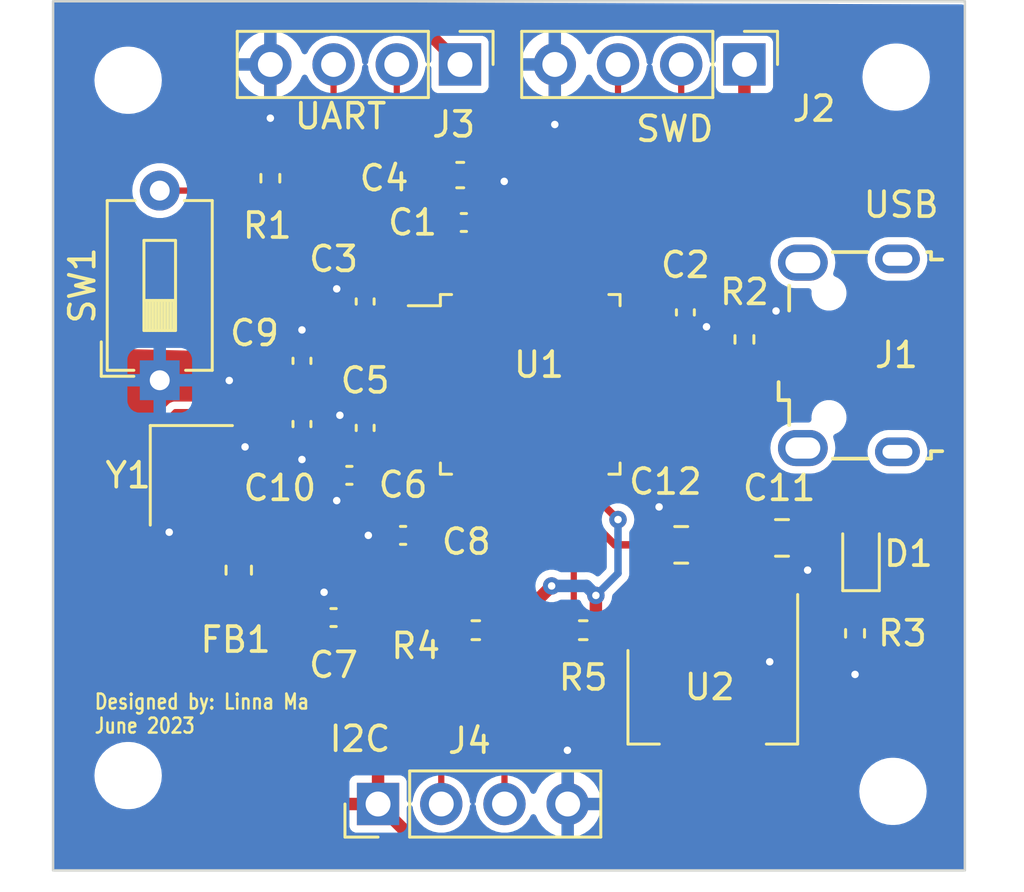
<source format=kicad_pcb>
(kicad_pcb (version 20221018) (generator pcbnew)
  (layers (0 "F.Cu" signal) (31 "B.Cu" power) (34 "B.Paste" user) (35 "F.Paste" user) (36 "B.SilkS" user "B.Silkscreen") (37 "F.SilkS" user "F.Silkscreen") (38 "B.Mask" user) (39 "F.Mask" user) (44 "Edge.Cuts" user))
  (net 0 "")
  (net 1 "+3.3V")
  (net 2 "GND")
  (net 3 "+3.3VA")
  (net 4 "/NRST")
  (net 5 "/HSE_IN")
  (net 6 "/HSE_OUT")
  (net 7 "VBUS")
  (net 8 "Net-(D1-K)")
  (net 9 "/USB_D-")
  (net 10 "/USB_D+")
  (net 13 "/SWDIO")
  (net 14 "/SWCLK")
  (net 15 "/USART_TX")
  (net 16 "/USART_RX")
  (net 17 "/I2C_SCL")
  (net 18 "/I2C_SDA")
  (net 19 "/BOOT0")
  (net 20 "Net-(SW1-B)")
  (footprint "Capacitor_SMD:C_0402_1005Metric" (layer "F.Cu") (at 132.8825 93.1475 -90)
    (fp_text reference "C2" (at -1.905 0 -180) (layer "F.SilkS"))
    (fp_text value "100n" hide)
    (fp_line (start -0.107836 -0.36) (end 0.107836 -0.36) (stroke (width 0.12)) (layer "F.SilkS"))
    (fp_line (start -0.107836 0.36) (end 0.107836 0.36) (stroke (width 0.12)) (layer "F.SilkS"))
    (pad "1" smd roundrect (at -0.48 0 270) (size 0.56 0.62) (layers "F.Cu" "F.Paste" "F.Mask") (net 1 "+3.3V"))
    (pad "2" smd roundrect (at 0.48 0 270) (size 0.56 0.62) (layers "F.Cu" "F.Paste" "F.Mask") (net 2 "GND"))
  )
  (footprint "Capacitor_SMD:C_0402_1005Metric" (layer "F.Cu") (at 119.38 99.695 180)
    (fp_text reference "C6" (at -2.159 -0.381) (layer "F.SilkS"))
    (fp_text value "1u" hide)
    (fp_line (start -0.107836 -0.36) (end 0.107836 -0.36) (stroke (width 0.12)) (layer "F.SilkS"))
    (fp_line (start -0.107836 0.36) (end 0.107836 0.36) (stroke (width 0.12)) (layer "F.SilkS"))
    (pad "1" smd roundrect (at -0.48 0 180) (size 0.56 0.62) (layers "F.Cu" "F.Paste" "F.Mask") (net 3 "+3.3VA"))
    (pad "2" smd roundrect (at 0.48 0 180) (size 0.56 0.62) (layers "F.Cu" "F.Paste" "F.Mask") (net 2 "GND"))
  )
  (footprint "Capacitor_SMD:C_0402_1005Metric" (layer "F.Cu") (at 118.745 105.41 180)
    (fp_text reference "C7" (at 0 -1.905) (layer "F.SilkS"))
    (fp_text value "1u")
    (fp_line (start -0.107836 -0.36) (end 0.107836 -0.36) (stroke (width 0.12)) (layer "F.SilkS"))
    (fp_line (start -0.107836 0.36) (end 0.107836 0.36) (stroke (width 0.12)) (layer "F.SilkS"))
    (pad "1" smd roundrect (at -0.48 0 180) (size 0.56 0.62) (layers "F.Cu" "F.Paste" "F.Mask") (net 1 "+3.3V"))
    (pad "2" smd roundrect (at 0.48 0 180) (size 0.56 0.62) (layers "F.Cu" "F.Paste" "F.Mask") (net 2 "GND"))
  )
  (footprint "Inductor_SMD:L_0603_1608Metric" (layer "F.Cu") (at 114.935 103.505 90)
    (fp_text reference "FB1" (at -2.794 -0.127) (layer "F.SilkS"))
    (fp_text value "FerriteBead" hide)
    (fp_line (start -0.162779 -0.51) (end 0.162779 -0.51) (stroke (width 0.12)) (layer "F.SilkS"))
    (fp_line (start -0.162779 0.51) (end 0.162779 0.51) (stroke (width 0.12)) (layer "F.SilkS"))
    (pad "1" smd roundrect (at -0.7875 0 90) (size 0.875 0.95) (layers "F.Cu" "F.Paste" "F.Mask") (net 1 "+3.3V"))
    (pad "2" smd roundrect (at 0.7875 0 90) (size 0.875 0.95) (layers "F.Cu" "F.Paste" "F.Mask") (net 3 "+3.3VA"))
  )
  (footprint "Button_Switch_THT:SW_DIP_SPSTx01_Slide_6.7x4.1mm_W7.62mm_P2.54mm_LowProfile" (layer "F.Cu") (at 111.76 95.875 90)
    (fp_text reference "SW1" (at 3.81 -3.11 90) (layer "F.SilkS"))
    (fp_text value "SW_SPDT")
    (fp_line (start 0.16 -2.35) (end 0.16 -1.04) (stroke (width 0.12)) (layer "F.SilkS"))
    (fp_line (start 0.16 -2.35) (end 1.543 -2.35) (stroke (width 0.12)) (layer "F.SilkS"))
    (fp_line (start 0.4 -2.11) (end 0.4 -1.04) (stroke (width 0.12)) (layer "F.SilkS"))
    (fp_line (start 0.4 -2.11) (end 7.221 -2.11) (stroke (width 0.12)) (layer "F.SilkS"))
    (fp_line (start 0.4 1.04) (end 0.4 2.11) (stroke (width 0.12)) (layer "F.SilkS"))
    (fp_line (start 0.4 2.11) (end 7.221 2.11) (stroke (width 0.12)) (layer "F.SilkS"))
    (fp_line (start 2 -0.635) (end 2 0.635) (stroke (width 0.12)) (layer "F.SilkS"))
    (fp_line (start 2 -0.515) (end 3.206667 -0.515) (stroke (width 0.12)) (layer "F.SilkS"))
    (fp_line (start 2 -0.395) (end 3.206667 -0.395) (stroke (width 0.12)) (layer "F.SilkS"))
    (fp_line (start 2 -0.275) (end 3.206667 -0.275) (stroke (width 0.12)) (layer "F.SilkS"))
    (fp_line (start 2 -0.155) (end 3.206667 -0.155) (stroke (width 0.12)) (layer "F.SilkS"))
    (fp_line (start 2 -0.035) (end 3.206667 -0.035) (stroke (width 0.12)) (layer "F.SilkS"))
    (fp_line (start 2 0.085) (end 3.206667 0.085) (stroke (width 0.12)) (layer "F.SilkS"))
    (fp_line (start 2 0.205) (end 3.206667 0.205) (stroke (width 0.12)) (layer "F.SilkS"))
    (fp_line (start 2 0.325) (end 3.206667 0.325) (stroke (width 0.12)) (layer "F.SilkS"))
    (fp_line (start 2 0.445) (end 3.206667 0.445) (stroke (width 0.12)) (layer "F.SilkS"))
    (fp_line (start 2 0.565) (end 3.206667 0.565) (stroke (width 0.12)) (layer "F.SilkS"))
    (fp_line (start 2 0.635) (end 5.62 0.635) (stroke (width 0.12)) (layer "F.SilkS"))
    (fp_line (start 3.206667 -0.635) (end 3.206667 0.635) (stroke (width 0.12)) (layer "F.SilkS"))
    (fp_line (start 5.62 -0.635) (end 2 -0.635) (stroke (width 0.12)) (layer "F.SilkS"))
    (fp_line (start 5.62 0.635) (end 5.62 -0.635) (stroke (width 0.12)) (layer "F.SilkS"))
    (fp_line (start 7.221 -2.11) (end 7.221 -0.99) (stroke (width 0.12)) (layer "F.SilkS"))
    (fp_line (start 7.221 0.99) (end 7.221 2.11) (stroke (width 0.12)) (layer "F.SilkS"))
    (pad "1" thru_hole rect (at 0 0 90) (size 1.6 1.6) (drill 0.8) (layers "*.Cu" "*.Mask") (net 2 "GND"))
    (pad "2" thru_hole oval (at 7.62 0 90) (size 1.6 1.6) (drill 0.8) (layers "*.Cu" "*.Mask") (net 20 "Net-(SW1-B)"))
  )
  (footprint "Capacitor_SMD:C_0805_2012Metric" (layer "F.Cu") (at 136.765 102.21)
    (fp_text reference "C11" (at -0.113 -2.007) (layer "F.SilkS"))
    (fp_text value "22u" hide)
    (fp_line (start -0.261252 -0.735) (end 0.261252 -0.735) (stroke (width 0.12)) (layer "F.SilkS"))
    (fp_line (start -0.261252 0.735) (end 0.261252 0.735) (stroke (width 0.12)) (layer "F.SilkS"))
    (pad "1" smd roundrect (at -0.95 0) (size 1 1.45) (layers "F.Cu" "F.Paste" "F.Mask") (net 1 "+3.3V"))
    (pad "2" smd roundrect (at 0.95 0) (size 1 1.45) (layers "F.Cu" "F.Paste" "F.Mask") (net 2 "GND"))
  )
  (footprint "Connector_USB:USB_Micro-B_Wuerth_629105150521" (layer "F.Cu") (at 139.453 94.874 90)
    (fp_text reference "J1" (at 0.015 1.91 180) (layer "F.SilkS"))
    (fp_text value "USB_B_Micro" hide)
    (fp_line (start -4.15 -0.65) (end -4.15 0.75) (stroke (width 0.15)) (layer "F.SilkS"))
    (fp_line (start -4.15 3.15) (end -4.15 3.3) (stroke (width 0.15)) (layer "F.SilkS"))
    (fp_line (start -4.15 3.3) (end -3.85 3.3) (stroke (width 0.15)) (layer "F.SilkS"))
    (fp_line (start -3.85 3.3) (end -3.85 3.75) (stroke (width 0.15)) (layer "F.SilkS"))
    (fp_line (start -1.8 -2.825) (end -1.8 -2.4) (stroke (width 0.15)) (layer "F.SilkS"))
    (fp_line (start -1.8 -2.4) (end -2.8 -2.4) (stroke (width 0.15)) (layer "F.SilkS"))
    (fp_line (start -1.075 -2.825) (end -1.8 -2.825) (stroke (width 0.15)) (layer "F.SilkS"))
    (fp_line (start 1.8 -2.4) (end 2.8 -2.4) (stroke (width 0.15)) (layer "F.SilkS"))
    (fp_line (start 3.85 3.3) (end 4.15 3.3) (stroke (width 0.15)) (layer "F.SilkS"))
    (fp_line (start 3.85 3.75) (end 3.85 3.3) (stroke (width 0.15)) (layer "F.SilkS"))
    (fp_line (start 4.15 0.75) (end 4.15 -0.65) (stroke (width 0.15)) (layer "F.SilkS"))
    (fp_line (start 4.15 3.3) (end 4.15 3.15) (stroke (width 0.15)) (layer "F.SilkS"))
    (pad "" np_thru_hole oval (at -2.5 -0.8 90) (size 0.8 0.8) (drill 0.8) (layers "*.Cu" "*.Mask"))
    (pad "" np_thru_hole oval (at 2.5 -0.8 90) (size 0.8 0.8) (drill 0.8) (layers "*.Cu" "*.Mask"))
    (pad "1" smd rect (at -1.3 -1.9 90) (size 0.45 1.3) (layers "F.Cu" "F.Paste" "F.Mask") (net 7 "VBUS"))
    (pad "2" smd rect (at -0.65 -1.9 90) (size 0.45 1.3) (layers "F.Cu" "F.Paste" "F.Mask") (net 9 "/USB_D-"))
    (pad "3" smd rect (at 0 -1.9 90) (size 0.45 1.3) (layers "F.Cu" "F.Paste" "F.Mask") (net 10 "/USB_D+"))
    (pad "4" smd rect (at 0.65 -1.9 90) (size 0.45 1.3) (layers "F.Cu" "F.Paste" "F.Mask"))
    (pad "5" smd rect (at 1.3 -1.9 90) (size 0.45 1.3) (layers "F.Cu" "F.Paste" "F.Mask") (net 2 "GND"))
    (pad "6" thru_hole oval (at -3.875 1.95 90) (size 1.15 1.8) (drill oval 0.55 1.2) (layers "*.Cu" "*.Mask"))
    (pad "6" thru_hole oval (at -3.725 -1.85 90) (size 1.45 2) (drill oval 0.85 1.4) (layers "*.Cu" "*.Mask"))
    (pad "6" thru_hole oval (at 3.725 -1.85 90) (size 1.45 2) (drill oval 0.85 1.4) (layers "*.Cu" "*.Mask"))
    (pad "6" thru_hole oval (at 3.875 1.95 90) (size 1.15 1.8) (drill oval 0.55 1.2) (layers "*.Cu" "*.Mask"))
  )
  (footprint "Capacitor_SMD:C_0402_1005Metric" (layer "F.Cu") (at 120.015 92.71 90)
    (fp_text reference "C3" (at 1.7075 -1.27 180) (layer "F.SilkS"))
    (fp_text value "100n" hide)
    (fp_line (start -0.107836 -0.36) (end 0.107836 -0.36) (stroke (width 0.12)) (layer "F.SilkS"))
    (fp_line (start -0.107836 0.36) (end 0.107836 0.36) (stroke (width 0.12)) (layer "F.SilkS"))
    (pad "1" smd roundrect (at -0.48 0 90) (size 0.56 0.62) (layers "F.Cu" "F.Paste" "F.Mask") (net 1 "+3.3V"))
    (pad "2" smd roundrect (at 0.48 0 90) (size 0.56 0.62) (layers "F.Cu" "F.Paste" "F.Mask") (net 2 "GND"))
  )
  (footprint "Capacitor_SMD:C_0402_1005Metric" (layer "F.Cu") (at 120.015 97.79 90)
    (fp_text reference "C5" (at 1.905 0) (layer "F.SilkS"))
    (fp_text value "10n" hide)
    (fp_line (start -0.107836 -0.36) (end 0.107836 -0.36) (stroke (width 0.12)) (layer "F.SilkS"))
    (fp_line (start -0.107836 0.36) (end 0.107836 0.36) (stroke (width 0.12)) (layer "F.SilkS"))
    (pad "1" smd roundrect (at -0.48 0 90) (size 0.56 0.62) (layers "F.Cu" "F.Paste" "F.Mask") (net 3 "+3.3VA"))
    (pad "2" smd roundrect (at 0.48 0 90) (size 0.56 0.62) (layers "F.Cu" "F.Paste" "F.Mask") (net 2 "GND"))
  )
  (footprint "Resistor_SMD:R_0402_1005Metric" (layer "F.Cu") (at 116.205 87.757 -90)
    (fp_text reference "R1" (at 1.905 0.125) (layer "F.SilkS"))
    (fp_text value "10k" hide)
    (fp_line (start -0.153641 -0.38) (end 0.153641 -0.38) (stroke (width 0.12)) (layer "F.SilkS"))
    (fp_line (start -0.153641 0.38) (end 0.153641 0.38) (stroke (width 0.12)) (layer "F.SilkS"))
    (pad "1" smd roundrect (at -0.51 0 270) (size 0.54 0.64) (layers "F.Cu" "F.Paste" "F.Mask") (net 19 "/BOOT0"))
    (pad "2" smd roundrect (at 0.51 0 270) (size 0.54 0.64) (layers "F.Cu" "F.Paste" "F.Mask") (net 20 "Net-(SW1-B)"))
  )
  (footprint "Capacitor_SMD:C_0603_1608Metric" (layer "F.Cu") (at 123.835 87.63)
    (fp_text reference "C4" (at -3.058 0.127) (layer "F.SilkS"))
    (fp_text value "10u" hide)
    (fp_line (start -0.14058 -0.51) (end 0.14058 -0.51) (stroke (width 0.12)) (layer "F.SilkS"))
    (fp_line (start -0.14058 0.51) (end 0.14058 0.51) (stroke (width 0.12)) (layer "F.SilkS"))
    (pad "1" smd roundrect (at -0.775 0) (size 0.9 0.95) (layers "F.Cu" "F.Paste" "F.Mask") (net 1 "+3.3V"))
    (pad "2" smd roundrect (at 0.775 0) (size 0.9 0.95) (layers "F.Cu" "F.Paste" "F.Mask") (net 2 "GND"))
  )
  (footprint "Resistor_SMD:R_0402_1005Metric" (layer "F.Cu") (at 139.7 106.045 -90)
    (fp_text reference "R3" (at 0 -1.905 -180) (layer "F.SilkS"))
    (fp_text value "1k5")
    (fp_line (start -0.153641 -0.38) (end 0.153641 -0.38) (stroke (width 0.12)) (layer "F.SilkS"))
    (fp_line (start -0.153641 0.38) (end 0.153641 0.38) (stroke (width 0.12)) (layer "F.SilkS"))
    (pad "1" smd roundrect (at -0.51 0 270) (size 0.54 0.64) (layers "F.Cu" "F.Paste" "F.Mask") (net 8 "Net-(D1-K)"))
    (pad "2" smd roundrect (at 0.51 0 270) (size 0.54 0.64) (layers "F.Cu" "F.Paste" "F.Mask") (net 2 "GND"))
  )
  (footprint "Resistor_SMD:R_0402_1005Metric" (layer "F.Cu") (at 128.778 105.918 180)
    (fp_text reference "R5" (at 0 -1.905) (layer "F.SilkS"))
    (fp_text value "1k5" hide)
    (fp_line (start -0.153641 -0.38) (end 0.153641 -0.38) (stroke (width 0.12)) (layer "F.SilkS"))
    (fp_line (start -0.153641 0.38) (end 0.153641 0.38) (stroke (width 0.12)) (layer "F.SilkS"))
    (pad "1" smd roundrect (at -0.51 0 180) (size 0.54 0.64) (layers "F.Cu" "F.Paste" "F.Mask") (net 1 "+3.3V"))
    (pad "2" smd roundrect (at 0.51 0 180) (size 0.54 0.64) (layers "F.Cu" "F.Paste" "F.Mask") (net 18 "/I2C_SDA"))
  )
  (footprint "MountingHole:MountingHole_2.2mm_M2" (layer "F.Cu") (at 110.49 83.82)
    (fp_text reference "H2" hide)
    (fp_text value "MountingHole")
    (pad "" np_thru_hole circle (at 0 0) (size 2.2 2.2) (drill 2.2) (layers "*.Cu" "*.Mask"))
  )
  (footprint "Connector_PinHeader_2.54mm:PinHeader_1x04_P2.54mm_Vertical" (layer "F.Cu") (at 120.533 112.903 90)
    (fp_text reference "J4" (at 2.54 3.673 180) (layer "F.SilkS"))
    (fp_text value "Conn_01x04_Pin" hide)
    (fp_line (start -1.33 -1.33) (end 0 -1.33) (stroke (width 0.12)) (layer "F.SilkS"))
    (fp_line (start -1.33 0) (end -1.33 -1.33) (stroke (width 0.12)) (layer "F.SilkS"))
    (fp_line (start -1.33 1.27) (end -1.33 8.95) (stroke (width 0.12)) (layer "F.SilkS"))
    (fp_line (start -1.33 1.27) (end 1.33 1.27) (stroke (width 0.12)) (layer "F.SilkS"))
    (fp_line (start -1.33 8.95) (end 1.33 8.95) (stroke (width 0.12)) (layer "F.SilkS"))
    (fp_line (start 1.33 1.27) (end 1.33 8.95) (stroke (width 0.12)) (layer "F.SilkS"))
    (pad "1" thru_hole rect (at 0 0 90) (size 1.7 1.7) (drill 1) (layers "*.Cu" "*.Mask") (net 1 "+3.3V"))
    (pad "2" thru_hole oval (at 0 2.54 90) (size 1.7 1.7) (drill 1) (layers "*.Cu" "*.Mask") (net 17 "/I2C_SCL"))
    (pad "3" thru_hole oval (at 0 5.08 90) (size 1.7 1.7) (drill 1) (layers "*.Cu" "*.Mask") (net 18 "/I2C_SDA"))
    (pad "4" thru_hole oval (at 0 7.62 90) (size 1.7 1.7) (drill 1) (layers "*.Cu" "*.Mask") (net 2 "GND"))
  )
  (footprint "Capacitor_SMD:C_0805_2012Metric" (layer "F.Cu") (at 132.715 102.489 180)
    (fp_text reference "C12" (at 0.635 2.54) (layer "F.SilkS"))
    (fp_text value "22u")
    (fp_line (start -0.261252 -0.735) (end 0.261252 -0.735) (stroke (width 0.12)) (layer "F.SilkS"))
    (fp_line (start -0.261252 0.735) (end 0.261252 0.735) (stroke (width 0.12)) (layer "F.SilkS"))
    (pad "1" smd roundrect (at -0.95 0 180) (size 1 1.45) (layers "F.Cu" "F.Paste" "F.Mask") (net 7 "VBUS"))
    (pad "2" smd roundrect (at 0.95 0 180) (size 1 1.45) (layers "F.Cu" "F.Paste" "F.Mask") (net 2 "GND"))
  )
  (footprint "Connector_PinHeader_2.54mm:PinHeader_1x04_P2.54mm_Vertical" (layer "F.Cu") (at 123.825 83.185 -90)
    (fp_text reference "J3" (at 2.413 0.254) (layer "F.SilkS"))
    (fp_text value "Conn_01x04_Pin" hide)
    (fp_line (start -1.33 -1.33) (end 0 -1.33) (stroke (width 0.12)) (layer "F.SilkS"))
    (fp_line (start -1.33 0) (end -1.33 -1.33) (stroke (width 0.12)) (layer "F.SilkS"))
    (fp_line (start -1.33 1.27) (end -1.33 8.95) (stroke (width 0.12)) (layer "F.SilkS"))
    (fp_line (start -1.33 1.27) (end 1.33 1.27) (stroke (width 0.12)) (layer "F.SilkS"))
    (fp_line (start -1.33 8.95) (end 1.33 8.95) (stroke (width 0.12)) (layer "F.SilkS"))
    (fp_line (start 1.33 1.27) (end 1.33 8.95) (stroke (width 0.12)) (layer "F.SilkS"))
    (pad "1" thru_hole rect (at 0 0 270) (size 1.7 1.7) (drill 1) (layers "*.Cu" "*.Mask") (net 1 "+3.3V"))
    (pad "2" thru_hole oval (at 0 2.54 270) (size 1.7 1.7) (drill 1) (layers "*.Cu" "*.Mask") (net 15 "/USART_TX"))
    (pad "3" thru_hole oval (at 0 5.08 270) (size 1.7 1.7) (drill 1) (layers "*.Cu" "*.Mask") (net 16 "/USART_RX"))
    (pad "4" thru_hole oval (at 0 7.62 270) (size 1.7 1.7) (drill 1) (layers "*.Cu" "*.Mask") (net 2 "GND"))
  )
  (footprint "Capacitor_SMD:C_0402_1005Metric" (layer "F.Cu") (at 123.98 89.535)
    (fp_text reference "C1" (at -2.06 0) (layer "F.SilkS"))
    (fp_text value "100n" hide)
    (fp_line (start -0.107836 -0.36) (end 0.107836 -0.36) (stroke (width 0.12)) (layer "F.SilkS"))
    (fp_line (start -0.107836 0.36) (end 0.107836 0.36) (stroke (width 0.12)) (layer "F.SilkS"))
    (pad "1" smd roundrect (at -0.48 0) (size 0.56 0.62) (layers "F.Cu" "F.Paste" "F.Mask") (net 1 "+3.3V"))
    (pad "2" smd roundrect (at 0.48 0) (size 0.56 0.62) (layers "F.Cu" "F.Paste" "F.Mask") (net 2 "GND"))
  )
  (footprint "MountingHole:MountingHole_2.2mm_M2" (layer "F.Cu") (at 110.49 111.76)
    (fp_text reference "H3" hide)
    (fp_text value "MountingHole")
    (pad "" np_thru_hole circle (at 0 0) (size 2.2 2.2) (drill 2.2) (layers "*.Cu" "*.Mask"))
  )
  (footprint "Resistor_SMD:R_0402_1005Metric" (layer "F.Cu") (at 124.46 105.918 180)
    (fp_text reference "R4" (at 2.413 -0.635) (layer "F.SilkS"))
    (fp_text value "1k5")
    (fp_line (start -0.153641 -0.38) (end 0.153641 -0.38) (stroke (width 0.12)) (layer "F.SilkS"))
    (fp_line (start -0.153641 0.38) (end 0.153641 0.38) (stroke (width 0.12)) (layer "F.SilkS"))
    (pad "1" smd roundrect (at -0.51 0 180) (size 0.54 0.64) (layers "F.Cu" "F.Paste" "F.Mask") (net 1 "+3.3V"))
    (pad "2" smd roundrect (at 0.51 0 180) (size 0.54 0.64) (layers "F.Cu" "F.Paste" "F.Mask") (net 17 "/I2C_SCL"))
  )
  (footprint "Capacitor_SMD:C_0402_1005Metric" (layer "F.Cu") (at 121.539 102.108 180)
    (fp_text reference "C8" (at -2.54 -0.254 180) (layer "F.SilkS"))
    (fp_text value "100n" hide)
    (fp_line (start -0.107836 -0.36) (end 0.107836 -0.36) (stroke (width 0.12)) (layer "F.SilkS"))
    (fp_line (start -0.107836 0.36) (end 0.107836 0.36) (stroke (width 0.12)) (layer "F.SilkS"))
    (pad "1" smd roundrect (at -0.48 0 180) (size 0.56 0.62) (layers "F.Cu" "F.Paste" "F.Mask") (net 4 "/NRST"))
    (pad "2" smd roundrect (at 0.48 0 180) (size 0.56 0.62) (layers "F.Cu" "F.Paste" "F.Mask") (net 2 "GND"))
  )
  (footprint "Connector_PinHeader_2.54mm:PinHeader_1x04_P2.54mm_Vertical" (layer "F.Cu") (at 135.255 83.185 -90)
    (fp_text reference "J2" (at 1.778 -2.794 -180) (layer "F.SilkS"))
    (fp_text value "Conn_01x04_Pin" hide)
    (fp_line (start -1.33 -1.33) (end 0 -1.33) (stroke (width 0.12)) (layer "F.SilkS"))
    (fp_line (start -1.33 0) (end -1.33 -1.33) (stroke (width 0.12)) (layer "F.SilkS"))
    (fp_line (start -1.33 1.27) (end -1.33 8.95) (stroke (width 0.12)) (layer "F.SilkS"))
    (fp_line (start -1.33 1.27) (end 1.33 1.27) (stroke (width 0.12)) (layer "F.SilkS"))
    (fp_line (start -1.33 8.95) (end 1.33 8.95) (stroke (width 0.12)) (layer "F.SilkS"))
    (fp_line (start 1.33 1.27) (end 1.33 8.95) (stroke (width 0.12)) (layer "F.SilkS"))
    (pad "1" thru_hole rect (at 0 0 270) (size 1.7 1.7) (drill 1) (layers "*.Cu" "*.Mask") (net 1 "+3.3V"))
    (pad "2" thru_hole oval (at 0 2.54 270) (size 1.7 1.7) (drill 1) (layers "*.Cu" "*.Mask") (net 13 "/SWDIO"))
    (pad "3" thru_hole oval (at 0 5.08 270) (size 1.7 1.7) (drill 1) (layers "*.Cu" "*.Mask") (net 14 "/SWCLK"))
    (pad "4" thru_hole oval (at 0 7.62 270) (size 1.7 1.7) (drill 1) (layers "*.Cu" "*.Mask") (net 2 "GND"))
  )
  (footprint "Crystal:Crystal_SMD_3225-4Pin_3.2x2.5mm" (layer "F.Cu") (at 113.03 99.695 -90)
    (fp_text reference "Y1" (at 0 2.54) (layer "F.SilkS"))
    (fp_text value "16MHz" hide)
    (fp_line (start -2 -1.65) (end -2 1.65) (stroke (width 0.12)) (layer "F.SilkS"))
    (fp_line (start -2 1.65) (end 2 1.65) (stroke (width 0.12)) (layer "F.SilkS"))
    (pad "1" smd rect (at -1.1 0.85 270) (size 1.4 1.2) (layers "F.Cu" "F.Paste" "F.Mask") (net 5 "/HSE_IN"))
    (pad "2" smd rect (at 1.1 0.85 270) (size 1.4 1.2) (layers "F.Cu" "F.Paste" "F.Mask") (net 2 "GND"))
    (pad "3" smd rect (at 1.1 -0.85 270) (size 1.4 1.2) (layers "F.Cu" "F.Paste" "F.Mask") (net 6 "/HSE_OUT"))
    (pad "4" smd rect (at -1.1 -0.85 270) (size 1.4 1.2) (layers "F.Cu" "F.Paste" "F.Mask") (net 2 "GND"))
  )
  (footprint "MountingHole:MountingHole_2.2mm_M2" (layer "F.Cu") (at 141.351 83.693)
    (fp_text reference "H1" hide)
    (fp_text value "MountingHole")
    (pad "" np_thru_hole circle (at 0 0) (size 2.2 2.2) (drill 2.2) (layers "*.Cu" "*.Mask"))
  )
  (footprint "Capacitor_SMD:C_0402_1005Metric" (layer "F.Cu") (at 117.475 95.095 90)
    (fp_text reference "C9" (at 1.115 -1.905) (layer "F.SilkS"))
    (fp_text value "10p" hide)
    (fp_line (start -0.107836 -0.36) (end 0.107836 -0.36) (stroke (width 0.12)) (layer "F.SilkS"))
    (fp_line (start -0.107836 0.36) (end 0.107836 0.36) (stroke (width 0.12)) (layer "F.SilkS"))
    (pad "1" smd roundrect (at -0.48 0 90) (size 0.56 0.62) (layers "F.Cu" "F.Paste" "F.Mask") (net 5 "/HSE_IN"))
    (pad "2" smd roundrect (at 0.48 0 90) (size 0.56 0.62) (layers "F.Cu" "F.Paste" "F.Mask") (net 2 "GND"))
  )
  (footprint "Capacitor_SMD:C_0402_1005Metric" (layer "F.Cu") (at 117.475 97.635 -90)
    (fp_text reference "C10" (at 2.568 0.889) (layer "F.SilkS"))
    (fp_text value "10p" hide)
    (fp_line (start -0.107836 -0.36) (end 0.107836 -0.36) (stroke (width 0.12)) (layer "F.SilkS"))
    (fp_line (start -0.107836 0.36) (end 0.107836 0.36) (stroke (width 0.12)) (layer "F.SilkS"))
    (pad "1" smd roundrect (at -0.48 0 270) (size 0.56 0.62) (layers "F.Cu" "F.Paste" "F.Mask") (net 6 "/HSE_OUT"))
    (pad "2" smd roundrect (at 0.48 0 270) (size 0.56 0.62) (layers "F.Cu" "F.Paste" "F.Mask") (net 2 "GND"))
  )
  (footprint "LED_SMD:LED_0603_1608Metric" (layer "F.Cu") (at 139.94 102.845 90)
    (fp_text reference "D1" (at 0 1.905 180) (layer "F.SilkS"))
    (fp_text value "RED")
    (fp_line (start -1.485 -0.735) (end -1.485 0.735) (stroke (width 0.12)) (layer "F.SilkS"))
    (fp_line (start -1.485 0.735) (end 0.8 0.735) (stroke (width 0.12)) (layer "F.SilkS"))
    (fp_line (start 0.8 -0.735) (end -1.485 -0.735) (stroke (width 0.12)) (layer "F.SilkS"))
    (pad "1" smd roundrect (at -0.7875 0 90) (size 0.875 0.95) (layers "F.Cu" "F.Paste" "F.Mask") (net 8 "Net-(D1-K)"))
    (pad "2" smd roundrect (at 0.7875 0 90) (size 0.875 0.95) (layers "F.Cu" "F.Paste" "F.Mask") (net 1 "+3.3V"))
  )
  (footprint "Package_TO_SOT_SMD:SOT-223-3_TabPin2" (layer "F.Cu") (at 133.985 108.585 -90)
    (fp_text reference "U2" (at -0.381 0.127 -180) (layer "F.SilkS"))
    (fp_text value "AMS1117-3.3" hide)
    (fp_line (start -4.1 -3.41) (end 1.91 -3.41) (stroke (width 0.12)) (layer "F.SilkS"))
    (fp_line (start -1.85 3.41) (end 1.91 3.41) (stroke (width 0.12)) (layer "F.SilkS"))
    (fp_line (start 1.91 -3.41) (end 1.91 -2.15) (stroke (width 0.12)) (layer "F.SilkS"))
    (fp_line (start 1.91 3.41) (end 1.91 2.15) (stroke (width 0.12)) (layer "F.SilkS"))
    (pad "1" smd rect (at -3.15 -2.3 270) (size 2 1.5) (layers "F.Cu" "F.Paste" "F.Mask") (net 2 "GND"))
    (pad "2" smd rect (at -3.15 0 270) (size 2 1.5) (layers "F.Cu" "F.Paste" "F.Mask") (net 1 "+3.3V"))
    (pad "2" smd rect (at 3.15 0 270) (size 2 3.8) (layers "F.Cu" "F.Paste" "F.Mask") (net 1 "+3.3V"))
    (pad "3" smd rect (at -3.15 2.3 270) (size 2 1.5) (layers "F.Cu" "F.Paste" "F.Mask") (net 7 "VBUS"))
  )
  (footprint "MountingHole:MountingHole_2.2mm_M2" (layer "F.Cu") (at 141.224 112.395)
    (fp_text reference "H4" hide)
    (fp_text value "MountingHole")
    (pad "" np_thru_hole circle (at 0 0) (size 2.2 2.2) (drill 2.2) (layers "*.Cu" "*.Mask"))
  )
  (footprint "Resistor_SMD:R_0402_1005Metric" (layer "F.Cu") (at 135.255 94.234 -90)
    (fp_text reference "R2" (at -1.905 0) (layer "F.SilkS"))
    (fp_text value "1k5" hide)
    (fp_line (start -0.153641 -0.38) (end 0.153641 -0.38) (stroke (width 0.12)) (layer "F.SilkS"))
    (fp_line (start -0.153641 0.38) (end 0.153641 0.38) (stroke (width 0.12)) (layer "F.SilkS"))
    (pad "1" smd roundrect (at -0.51 0 270) (size 0.54 0.64) (layers "F.Cu" "F.Paste" "F.Mask") (net 1 "+3.3V"))
    (pad "2" smd roundrect (at 0.51 0 270) (size 0.54 0.64) (layers "F.Cu" "F.Paste" "F.Mask") (net 10 "/USB_D+"))
  )
  (footprint "Package_QFP:LQFP-48_7x7mm_P0.5mm" (layer "F.Cu") (at 126.6475 96.04)
    (fp_text reference "U1" (at 0.3525 -0.79) (layer "F.SilkS"))
    (fp_text value "STM32F103C8Tx" hide)
    (fp_line (start -3.61 -3.61) (end -3.61 -3.16) (stroke (width 0.12)) (layer "F.SilkS"))
    (fp_line (start -3.61 -3.16) (end -4.9 -3.16) (stroke (width 0.12)) (layer "F.SilkS"))
    (fp_line (start -3.61 3.61) (end -3.61 3.16) (stroke (width 0.12)) (layer "F.SilkS"))
    (fp_line (start -3.16 -3.61) (end -3.61 -3.61) (stroke (width 0.12)) (layer "F.SilkS"))
    (fp_line (start -3.16 3.61) (end -3.61 3.61) (stroke (width 0.12)) (layer "F.SilkS"))
    (fp_line (start 3.16 -3.61) (end 3.61 -3.61) (stroke (width 0.12)) (layer "F.SilkS"))
    (fp_line (start 3.16 3.61) (end 3.61 3.61) (stroke (width 0.12)) (layer "F.SilkS"))
    (fp_line (start 3.61 -3.61) (end 3.61 -3.16) (stroke (width 0.12)) (layer "F.SilkS"))
    (fp_line (start 3.61 3.61) (end 3.61 3.16) (stroke (width 0.12)) (layer "F.SilkS"))
    (pad "1" smd roundrect (at -4.1625 -2.75) (size 1.475 0.3) (layers "F.Cu" "F.Paste" "F.Mask") (net 1 "+3.3V"))
    (pad "2" smd roundrect (at -4.1625 -2.25) (size 1.475 0.3) (layers "F.Cu" "F.Paste" "F.Mask"))
    (pad "3" smd roundrect (at -4.1625 -1.75) (size 1.475 0.3) (layers "F.Cu" "F.Paste" "F.Mask"))
    (pad "4" smd roundrect (at -4.1625 -1.25) (size 1.475 0.3) (layers "F.Cu" "F.Paste" "F.Mask"))
    (pad "5" smd roundrect (at -4.1625 -0.75) (size 1.475 0.3) (layers "F.Cu" "F.Paste" "F.Mask") (net 5 "/HSE_IN"))
    (pad "6" smd roundrect (at -4.1625 -0.25) (size 1.475 0.3) (layers "F.Cu" "F.Paste" "F.Mask") (net 6 "/HSE_OUT"))
    (pad "7" smd roundrect (at -4.1625 0.25) (size 1.475 0.3) (layers "F.Cu" "F.Paste" "F.Mask") (net 4 "/NRST"))
    (pad "8" smd roundrect (at -4.1625 0.75) (size 1.475 0.3) (layers "F.Cu" "F.Paste" "F.Mask") (net 2 "GND"))
    (pad "9" smd roundrect (at -4.1625 1.25) (size 1.475 0.3) (layers "F.Cu" "F.Paste" "F.Mask") (net 3 "+3.3VA"))
    (pad "10" smd roundrect (at -4.1625 1.75) (size 1.475 0.3) (layers "F.Cu" "F.Paste" "F.Mask"))
    (pad "11" smd roundrect (at -4.1625 2.25) (size 1.475 0.3) (layers "F.Cu" "F.Paste" "F.Mask"))
    (pad "12" smd roundrect (at -4.1625 2.75) (size 1.475 0.3) (layers "F.Cu" "F.Paste" "F.Mask"))
    (pad "13" smd roundrect (at -2.75 4.1625) (size 0.3 1.475) (layers "F.Cu" "F.Paste" "F.Mask"))
    (pad "14" smd roundrect (at -2.25 4.1625) (size 0.3 1.475) (layers "F.Cu" "F.Paste" "F.Mask"))
    (pad "15" smd roundrect (at -1.75 4.1625) (size 0.3 1.475) (layers "F.Cu" "F.Paste" "F.Mask"))
    (pad "16" smd roundrect (at -1.25 4.1625) (size 0.3 1.475) (layers "F.Cu" "F.Paste" "F.Mask"))
    (pad "17" smd roundrect (at -0.75 4.1625) (size 0.3 1.475) (layers "F.Cu" "F.Paste" "F.Mask"))
    (pad "18" smd roundrect (at -0.25 4.1625) (size 0.3 1.475) (layers "F.Cu" "F.Paste" "F.Mask"))
    (pad "19" smd roundrect (at 0.25 4.1625) (size 0.3 1.475) (layers "F.Cu" "F.Paste" "F.Mask"))
    (pad "20" smd roundrect (at 0.75 4.1625) (size 0.3 1.475) (layers "F.Cu" "F.Paste" "F.Mask"))
    (pad "21" smd roundrect (at 1.25 4.1625) (size 0.3 1.475) (layers "F.Cu" "F.Paste" "F.Mask") (net 17 "/I2C_SCL"))
    (pad "22" smd roundrect (at 1.75 4.1625) (size 0.3 1.475) (layers "F.Cu" "F.Paste" "F.Mask") (net 18 "/I2C_SDA"))
    (pad "23" smd roundrect (at 2.25 4.1625) (size 0.3 1.475) (layers "F.Cu" "F.Paste" "F.Mask") (net 2 "GND"))
    (pad "24" smd roundrect (at 2.75 4.1625) (size 0.3 1.475) (layers "F.Cu" "F.Paste" "F.Mask") (net 1 "+3.3V"))
    (pad "25" smd roundrect (at 4.1625 2.75) (size 1.475 0.3) (layers "F.Cu" "F.Paste" "F.Mask"))
    (pad "26" smd roundrect (at 4.1625 2.25) (size 1.475 0.3) (layers "F.Cu" "F.Paste" "F.Mask"))
    (pad "27" smd roundrect (at 4.1625 1.75) (size 1.475 0.3) (layers "F.Cu" "F.Paste" "F.Mask"))
    (pad "28" smd roundrect (at 4.1625 1.25) (size 1.475 0.3) (layers "F.Cu" "F.Paste" "F.Mask"))
    (pad "29" smd roundrect (at 4.1625 0.75) (size 1.475 0.3) (layers "F.Cu" "F.Paste" "F.Mask"))
    (pad "30" smd roundrect (at 4.1625 0.25) (size 1.475 0.3) (layers "F.Cu" "F.Paste" "F.Mask"))
    (pad "31" smd roundrect (at 4.1625 -0.25) (size 1.475 0.3) (layers "F.Cu" "F.Paste" "F.Mask"))
    (pad "32" smd roundrect (at 4.1625 -0.75) (size 1.475 0.3) (layers "F.Cu" "F.Paste" "F.Mask") (net 9 "/USB_D-"))
    (pad "33" smd roundrect (at 4.1625 -1.25) (size 1.475 0.3) (layers "F.Cu" "F.Paste" "F.Mask") (net 10 "/USB_D+"))
    (pad "34" smd roundrect (at 4.1625 -1.75) (size 1.475 0.3) (layers "F.Cu" "F.Paste" "F.Mask") (net 13 "/SWDIO"))
    (pad "35" smd roundrect (at 4.1625 -2.25) (size 1.475 0.3) (layers "F.Cu" "F.Paste" "F.Mask") (net 2 "GND"))
    (pad "36" smd roundrect (at 4.1625 -2.75) (size 1.475 0.3) (layers "F.Cu" "F.Paste" "F.Mask") (net 1 "+3.3V"))
    (pad "37" smd roundrect (at 2.75 -4.1625) (size 0.3 1.475) (layers "F.Cu" "F.Paste" "F.Mask") (net 14 "/SWCLK"))
    (pad "38" smd roundrect (at 2.25 -4.1625) (size 0.3 1.475) (layers "F.Cu" "F.Paste" "F.Mask"))
    (pad "39" smd roundrect (at 1.75 -4.1625) (size 0.3 1.475) (layers "F.Cu" "F.Paste" "F.Mask"))
    (pad "40" smd roundrect (at 1.25 -4.1625) (size 0.3 1.475) (layers "F.Cu" "F.Paste" "F.Mask"))
    (pad "41" smd roundrect (at 0.75 -4.1625) (size 0.3 1.475) (layers "F.Cu" "F.Paste" "F.Mask"))
    (pad "42" smd roundrect (at 0.25 -4.1625) (size 0.3 1.475) (layers "F.Cu" "F.Paste" "F.Mask") (net 15 "/USART_TX"))
    (pad "43" smd roundrect (at -0.25 -4.1625) (size 0.3 1.475) (layers "F.Cu" "F.Paste" "F.Mask") (net 16 "/USART_RX"))
    (pad "44" smd roundrect (at -0.75 -4.1625) (size 0.3 1.475) (layers "F.Cu" "F.Paste" "F.Mask") (net 19 "/BOOT0"))
    (pad "45" smd roundrect (at -1.25 -4.1625) (size 0.3 1.475) (layers "F.Cu" "F.Paste" "F.Mask"))
    (pad "46" smd roundrect (at -1.75 -4.1625) (size 0.3 1.475) (layers "F.Cu" "F.Paste" "F.Mask"))
    (pad "47" smd roundrect (at -2.25 -4.1625) (size 0.3 1.475) (layers "F.Cu" "F.Paste" "F.Mask") (net 2 "GND"))
    (pad "48" smd roundrect (at -2.75 -4.1625) (size 0.3 1.475) (layers "F.Cu" "F.Paste" "F.Mask") (net 1 "+3.3V"))
  )
  (gr_rect (start 107.47375 80.645) (end 144.11325 115.57) (stroke (width 0.1)) (fill none) (layer "Edge.Cuts"))
  (gr_text "SWD" (at 130.81 86.36) (layer "F.SilkS") (effects (font (size 1 1)) (justify left bottom)))
  (gr_text "USB" (at 139.954 89.408) (layer "F.SilkS") (effects (font (size 1 1)) (justify left bottom)))
  (gr_text "Designed by: Linna Ma\nJune 2023" (at 109.093 110.109) (layer "F.SilkS") (effects (font (size 0.6 0.5) (thickness 0.1) bold) (justify left bottom)))
  (gr_text "I2C" (at 118.491 110.871) (layer "F.SilkS") (effects (font (size 1 1)) (justify left bottom)))
  (gr_text "UART" (at 117.094 85.852) (layer "F.SilkS") (effects (font (size 1 1)) (justify left bottom)))
  (segment (start 135.255 90.295) (end 132.8825 92.6675) (width 0.5) (layer "F.Cu") (net 1))
  (segment (start 129.286 104.521) (end 129.286 105.916) (width 0.5) (layer "F.Cu") (net 1))
  (segment (start 129.286 109.347) (end 129.286 105.92) (width 0.5) (layer "F.Cu") (net 1))
  (segment (start 123.5 90.48) (end 123.5 89.535) (width 0.25) (layer "F.Cu") (net 1))
  (segment (start 114.935 104.2925) (end 119.2275 108.585) (width 0.5) (layer "F.Cu") (net 1))
  (segment (start 114.173 82.677) (end 115.316 81.534) (width 0.5) (layer "F.Cu") (net 1))
  (segment (start 115.316 81.534) (end 122.174 81.534) (width 0.5) (layer "F.Cu") (net 1))
  (segment (start 120.533 106.718) (end 120.533 108.585) (width 0.5) (layer "F.Cu") (net 1))
  (segment (start 120.533 108.585) (end 120.533 112.903) (width 0.5) (layer "F.Cu") (net 1))
  (segment (start 130.81 93.29) (end 131.5 93.29) (width 0.3) (layer "F.Cu") (net 1))
  (segment (start 129.286 105.92) (end 129.288 105.918) (width 0.5) (layer "F.Cu") (net 1))
  (segment (start 139.94 102.0575) (end 139.94 101.205) (width 0.5) (layer "F.Cu") (net 1))
  (segment (start 130.175 114.808) (end 122.438 114.808) (width 0.5) (layer "F.Cu") (net 1))
  (segment (start 125.73 105.918) (end 127.508 104.14) (width 0.5) (layer "F.Cu") (net 1))
  (segment (start 119.225 105.41) (end 120.533 106.718) (width 0.5) (layer "F.Cu") (net 1))
  (segment (start 132.1225 92.6675) (end 132.8825 92.6675) (width 0.3) (layer "F.Cu") (net 1))
  (segment (start 122.438 114.808) (end 120.533 112.903) (width 0.5) (layer "F.Cu") (net 1))
  (segment (start 118.618 112.903) (end 112.649 106.934) (width 0.5) (layer "F.Cu") (net 1))
  (segment (start 129.3975 100.2025) (end 129.3975 100.6955) (width 0.3) (layer "F.Cu") (net 1))
  (segment (start 108.839 91.694) (end 110.744 89.789) (width 0.5) (layer "F.Cu") (net 1))
  (segment (start 123.5 88.575) (end 123.5 89.535) (width 0.5) (layer "F.Cu") (net 1))
  (segment (start 131.674 111.735) (end 129.286 109.347) (width 0.5) (layer "F.Cu") (net 1))
  (segment (start 135.255 90.295) (end 135.255 93.724) (width 0.5) (layer "F.Cu") (net 1))
  (segment (start 139.94 101.205) (end 139.065 100.33) (width 0.5) (layer "F.Cu") (net 1))
  (segment (start 113.665 86.741) (end 114.173 86.233) (width 0.5) (layer "F.Cu") (net 1))
  (segment (start 133.985 111.735) (end 131.674 111.735) (width 0.5) (layer "F.Cu") (net 1))
  (segment (start 108.204 91.694) (end 108.204 89.027) (width 0.5) (layer "F.Cu") (net 1))
  (segment (start 131.5 93.29) (end 132.1225 92.6675) (width 0.3) (layer "F.Cu") (net 1))
  (segment (start 139.94 90.283) (end 135.255 85.598) (width 0.5) (layer "F.Cu") (net 1))
  (segment (start 136.779 100.33) (end 135.815 101.294) (width 0.5) (layer "F.Cu") (net 1))
  (segment (start 133.985 111.735) (end 133.248 111.735) (width 0.5) (layer "F.Cu") (net 1))
  (segment (start 123.8975 91.8775) (end 123.8975 90.8775) (width 0.25) (layer "F.Cu") (net 1))
  (segment (start 122.485 93.29) (end 120.115 93.29) (width 0.3) (layer "F.Cu") (net 1))
  (segment (start 135.255 83.185) (end 135.255 85.598) (width 0.5) (layer "F.Cu") (net 1))
  (segment (start 124.97 105.918) (end 125.73 105.918) (width 0.5) (layer "F.Cu") (net 1))
  (segment (start 129.3975 100.6955) (end 130.175 101.473) (width 0.3) (layer "F.Cu") (net 1))
  (segment (start 114.173 86.233) (end 114.173 82.677) (width 0.5) (layer "F.Cu") (net 1))
  (segment (start 139.94 101.205) (end 139.94 90.283) (width 0.5) (layer "F.Cu") (net 1))
  (segment (start 119.084 89.789) (end 122.485 93.19) (width 0.5) (layer "F.Cu") (net 1))
  (segment (start 122.174 81.534) (end 123.825 83.185) (width 0.5) (layer "F.Cu") (net 1))
  (segment (start 139.065 100.33) (end 136.779 100.33) (width 0.5) (layer "F.Cu") (net 1))
  (segment (start 108.204 102.489) (end 108.204 91.694) (width 0.5) (layer "F.Cu") (net 1))
  (segment (start 123.06 88.135) (end 123.5 88.575) (width 0.5) (layer "F.Cu") (net 1))
  (segment (start 108.204 91.694) (end 108.839 91.694) (width 0.5) (layer "F.Cu") (net 1))
  (segment (start 135.255 85.598) (end 135.255 90.295) (width 0.5) (layer "F.Cu") (net 1))
  (segment (start 133.248 111.735) (end 130.175 114.808) (width 0.5) (layer "F.Cu") (net 1))
  (segment (start 119.2275 108.585) (end 120.533 108.585) (width 0.5) (layer "F.Cu") (net 1))
  (segment (start 119.074828 86.233) (end 120.471828 87.63) (width 0.5) (layer "F.Cu") (net 1))
  (segment (start 120.115 93.29) (end 120.015 93.19) (width 0.3) (layer "F.Cu") (net 1))
  (segment (start 120.471828 87.63) (end 123.06 87.63) (width 0.5) (layer "F.Cu") (net 1))
  (segment (start 110.744 89.789) (end 119.084 89.789) (width 0.5) (layer "F.Cu") (net 1))
  (segment (start 120.533 112.903) (end 118.618 112.903) (width 0.5) (layer "F.Cu") (net 1))
  (segment (start 108.204 89.027) (end 110.49 86.741) (width 0.5) (layer "F.Cu") (net 1))
  (segment (start 135.815 101.294) (end 135.815 102.21) (width 0.5) (layer "F.Cu") (net 1))
  (segment (start 114.173 86.233) (end 119.074828 86.233) (width 0.5) (layer "F.Cu") (net 1))
  (segment (start 110.49 86.741) (end 113.665 86.741) (width 0.5) (layer "F.Cu") (net 1))
  (segment (start 123.8975 90.8775) (end 123.5 90.48) (width 0.25) (layer "F.Cu") (net 1))
  (segment (start 129.286 105.916) (end 129.288 105.918) (width 0.5) (layer "F.Cu") (net 1))
  (segment (start 123.06 87.63) (end 123.06 88.135) (width 0.5) (layer "F.Cu") (net 1))
  (segment (start 112.649 106.934) (end 108.204 102.489) (width 0.5) (layer "F.Cu") (net 1))
  (via (at 127.508 104.14) (size 0.7) (drill 0.3) (layers "F.Cu" "B.Cu") (net 1))
  (via (at 129.286 104.521) (size 0.7) (drill 0.3) (layers "F.Cu" "B.Cu") (net 1))
  (via (at 130.175 101.473) (size 0.7) (drill 0.3) (layers "F.Cu" "B.Cu") (net 1))
  (segment (start 127.508 104.14) (end 128.905 104.14) (width 0.5) (layer "B.Cu") (net 1))
  (segment (start 130.175 103.632) (end 129.286 104.521) (width 0.3) (layer "B.Cu") (net 1))
  (segment (start 128.905 104.14) (end 129.286 104.521) (width 0.5) (layer "B.Cu") (net 1))
  (segment (start 130.175 101.473) (end 130.175 103.632) (width 0.3) (layer "B.Cu") (net 1))
  (segment (start 133.6325 93.6275) (end 133.731 93.726) (width 0.3) (layer "F.Cu") (net 2))
  (segment (start 115.146 98.595) (end 115.189 98.552) (width 0.5) (layer "F.Cu") (net 2))
  (segment (start 121.439352 96.79) (end 120.919352 97.31) (width 0.3) (layer "F.Cu") (net 2))
  (segment (start 130.81 93.79) (end 132.72 93.79) (width 0.3) (layer "F.Cu") (net 2))
  (segment (start 117.475 94.615) (end 117.475 93.853) (width 0.5) (layer "F.Cu") (net 2))
  (segment (start 137.715 103.425) (end 137.795 103.505) (width 0.5) (layer "F.Cu") (net 2))
  (segment (start 124.46 88.265) (end 124.46 89.535) (width 0.5) (layer "F.Cu") (net 2))
  (segment (start 128.8975 100.2025) (end 128.8975 101.3385) (width 0.3) (layer "F.Cu") (net 2))
  (segment (start 118.265 104.493) (end 118.364 104.394) (width 0.5) (layer "F.Cu") (net 2))
  (segment (start 112.18 100.795) (end 112.18 101.942) (width 0.5) (layer "F.Cu") (net 2))
  (segment (start 113.88 98.595) (end 115.146 98.595) (width 0.5) (layer "F.Cu") (net 2))
  (segment (start 122.485 96.79) (end 121.439352 96.79) (width 0.3) (layer "F.Cu") (net 2))
  (segment (start 121.059 102.108) (end 120.142 102.108) (width 0.5) (layer "F.Cu") (net 2))
  (segment (start 137.553 93.574) (end 137.008 93.574) (width 0.3) (layer "F.Cu") (net 2))
  (segment (start 118.265 105.41) (end 118.265 104.493) (width 0.5) (layer "F.Cu") (net 2))
  (segment (start 128.153 112.903) (end 128.153 110.754) (width 0.5) (layer "F.Cu") (net 2))
  (segment (start 118.9 100.683) (end 118.872 100.711) (width 0.5) (layer "F.Cu") (net 2))
  (segment (start 130.048 102.489) (end 131.765 102.489) (width 0.3) (layer "F.Cu") (net 2))
  (segment (start 117.475 98.115) (end 117.475 99.06) (width 0.5) (layer "F.Cu") (net 2))
  (segment (start 132.8825 93.6275) (end 133.6325 93.6275) (width 0.3) (layer "F.Cu") (net 2))
  (segment (start 124.46 90.805) (end 124.46 89.535) (width 0.25) (layer "F.Cu") (net 2))
  (segment (start 120.919352 97.31) (end 120.015 97.31) (width 0.3) (layer "F.Cu") (net 2))
  (segment (start 136.285 107.174) (end 136.271 107.188) (width 0.5) (layer "F.Cu") (net 2))
  (segment (start 124.61 87.63) (end 125.349 87.63) (width 0.5) (layer "F.Cu") (net 2))
  (segment (start 112.18 101.942) (end 112.141 101.981) (width 0.5) (layer "F.Cu") (net 2))
  (segment (start 124.61 87.63) (end 124.61 88.115) (width 0.5) (layer "F.Cu") (net 2))
  (segment (start 120.015 92.23) (end 118.9 92.23) (width 0.5) (layer "F.Cu") (net 2))
  (segment (start 118.9 99.695) (end 118.9 100.683) (width 0.5) (layer "F.Cu") (net 2))
  (segment (start 137.008 93.574) (end 136.525 93.091) (width 0.3) (layer "F.Cu") (net 2))
  (segment (start 116.205 83.185) (end 116.205 85.344) (width 0.5) (layer "F.Cu") (net 2))
  (segment (start 125.349 87.63) (end 125.603 87.884) (width 0.5) (layer "F.Cu") (net 2))
  (segment (start 111.76 95.875) (end 114.544 95.875) (width 0.5) (layer "F.Cu") (net 2))
  (segment (start 131.765 101.026) (end 131.826 100.965) (width 0.3) (layer "F.Cu") (net 2))
  (segment (start 131.765 102.489) (end 131.765 101.026) (width 0.3) (layer "F.Cu") (net 2))
  (segment (start 132.72 93.79) (end 132.8825 93.6275) (width 0.3) (layer "F.Cu") (net 2))
  (segment (start 127.635 83.185) (end 127.635 85.598) (width 0.5) (layer "F.Cu") (net 2))
  (segment (start 120.015 97.31) (end 119.027 97.31) (width 0.3) (layer "F.Cu") (net 2))
  (segment (start 124.3975 91.8775) (end 124.3975 90.8675) (width 0.25) (layer "F.Cu") (net 2))
  (segment (start 128.8975 101.3385) (end 130.048 102.489) (width 0.3) (layer "F.Cu") (net 2))
  (segment (start 124.61 88.115) (end 124.46 88.265) (width 0.5) (layer "F.Cu") (net 2))
  (segment (start 128.153 110.754) (end 128.143 110.744) (width 0.5) (layer "F.Cu") (net 2))
  (segment (start 119.027 97.31) (end 118.999 97.282) (width 0.3) (layer "F.Cu") (net 2))
  (segment (start 118.9 92.23) (end 118.872 92.202) (width 0.5) (layer "F.Cu") (net 2))
  (segment (start 114.544 95.875) (end 114.554 95.885) (width 0.5) (layer "F.Cu") (net 2))
  (segment (start 124.3975 90.8675) (end 124.46 90.805) (width 0.25) (layer "F.Cu") (net 2))
  (via (at 136.525 93.091) (size 0.7) (drill 0.3) (layers "F.Cu" "B.Cu") (net 2))
  (via (at 120.142 102.108) (size 0.7) (drill 0.3) (layers "F.Cu" "B.Cu") (net 2))
  (via (at 112.141 101.981) (size 0.7) (drill 0.3) (layers "F.Cu" "B.Cu") (net 2))
  (via (at 131.826 100.965) (size 0.7) (drill 0.3) (layers "F.Cu" "B.Cu") (net 2))
  (via (at 118.364 104.394) (size 0.7) (drill 0.3) (layers "F.Cu" "B.Cu") (net 2))
  (via (at 116.205 85.344) (size 0.7) (drill 0.3) (layers "F.Cu" "B.Cu") (net 2))
  (via (at 127.635 85.598) (size 0.7) (drill 0.3) (layers "F.Cu" "B.Cu") (net 2))
  (via (at 115.189 98.552) (size 0.7) (drill 0.3) (layers "F.Cu" "B.Cu") (net 2))
  (via (at 133.731 93.726) (size 0.7) (drill 0.3) (layers "F.Cu" "B.Cu") (net 2))
  (via (at 136.271 107.188) (size 0.7) (drill 0.3) (layers "F.Cu" "B.Cu") (net 2))
  (via (at 125.603 87.884) (size 0.7) (drill 0.3) (layers "F.Cu" "B.Cu") (net 2))
  (via (at 114.554 95.885) (size 0.7) (drill 0.3) (layers "F.Cu" "B.Cu") (net 2))
  (via (at 117.475 93.853) (size 0.7) (drill 0.3) (layers "F.Cu" "B.Cu") (net 2))
  (via (at 128.143 110.744) (size 0.7) (drill 0.3) (layers "F.Cu" "B.Cu") (net 2))
  (via (at 118.872 100.711) (size 0.7) (drill 0.3) (layers "F.Cu" "B.Cu") (net 2))
  (via (at 118.999 97.282) (size 0.7) (drill 0.3) (layers "F.Cu" "B.Cu") (net 2))
  (via (at 118.872 92.202) (size 0.7) (drill 0.3) (layers "F.Cu" "B.Cu") (net 2))
  (via (at 137.795 103.505) (size 0.7) (drill 0.3) (layers "F.Cu" "B.Cu") (net 2))
  (via (at 117.475 99.06) (size 0.7) (drill 0.3) (layers "F.Cu" "B.Cu") (net 2))
  (via (at 139.7 107.696) (size 0.7) (drill 0.3) (layers "F.Cu" "B.Cu") (net 2))
  (segment (start 120.015 99.54) (end 119.86 99.695) (width 0.3) (layer "F.Cu") (net 3))
  (segment (start 121.646458 97.29) (end 120.666458 98.27) (width 0.3) (layer "F.Cu") (net 3))
  (segment (start 119.86 100.71295) (end 119.86 99.695) (width 0.3) (layer "F.Cu") (net 3))
  (segment (start 120.015 98.27) (end 120.015 99.54) (width 0.3) (layer "F.Cu") (net 3))
  (segment (start 114.935 102.7175) (end 117.85545 102.7175) (width 0.3) (layer "F.Cu") (net 3))
  (segment (start 122.485 97.29) (end 121.646458 97.29) (width 0.3) (layer "F.Cu") (net 3))
  (segment (start 120.666458 98.27) (end 120.015 98.27) (width 0.3) (layer "F.Cu") (net 3))
  (segment (start 117.85545 102.7175) (end 119.86 100.71295) (width 0.3) (layer "F.Cu") (net 3))
  (segment (start 122.019 100.594541) (end 122.019 102.108) (width 0.3) (layer "F.Cu") (net 4))
  (segment (start 124.46 98.153541) (end 122.019 100.594541) (width 0.3) (layer "F.Cu") (net 4))
  (segment (start 122.485 96.29) (end 123.722 96.29) (width 0.3) (layer "F.Cu") (net 4))
  (segment (start 123.722 96.29) (end 124.46 97.028) (width 0.3) (layer "F.Cu") (net 4))
  (segment (start 124.46 97.028) (end 124.46 98.153541) (width 0.3) (layer "F.Cu") (net 4))
  (segment (start 119.34 95.29) (end 118.745 95.885) (width 0.25) (layer "F.Cu") (net 5))
  (segment (start 122.485 95.29) (end 119.34 95.29) (width 0.25) (layer "F.Cu") (net 5))
  (segment (start 114.935 97.155) (end 112.395 97.155) (width 0.25) (layer "F.Cu") (net 5))
  (segment (start 112.395 97.155) (end 112.18 97.37) (width 0.25) (layer "F.Cu") (net 5))
  (segment (start 116.515 95.575) (end 114.935 97.155) (width 0.25) (layer "F.Cu") (net 5))
  (segment (start 112.18 97.37) (end 112.18 98.595) (width 0.25) (layer "F.Cu") (net 5))
  (segment (start 117.785 95.885) (end 117.475 95.575) (width 0.25) (layer "F.Cu") (net 5))
  (segment (start 117.475 95.575) (end 116.515 95.575) (width 0.25) (layer "F.Cu") (net 5))
  (segment (start 118.745 95.885) (end 117.785 95.885) (width 0.25) (layer "F.Cu") (net 5))
  (segment (start 116.205 100.33) (end 115.74 100.795) (width 0.25) (layer "F.Cu") (net 6))
  (segment (start 117.475 97.155) (end 117.467391 97.155) (width 0.25) (layer "F.Cu") (net 6))
  (segment (start 115.74 100.795) (end 113.88 100.795) (width 0.25) (layer "F.Cu") (net 6))
  (segment (start 119.476396 95.79) (end 118.111396 97.155) (width 0.25) (layer "F.Cu") (net 6))
  (segment (start 117.467391 97.155) (end 116.205 98.417391) (width 0.25) (layer "F.Cu") (net 6))
  (segment (start 118.111396 97.155) (end 117.475 97.155) (width 0.25) (layer "F.Cu") (net 6))
  (segment (start 122.485 95.79) (end 119.476396 95.79) (width 0.25) (layer "F.Cu") (net 6))
  (segment (start 116.205 98.417391) (end 116.205 100.33) (width 0.25) (layer "F.Cu") (net 6))
  (segment (start 133.665 102.489) (end 131.685 104.469) (width 0.3) (layer "F.Cu") (net 7))
  (segment (start 133.731 102.423) (end 133.731 98.044) (width 0.3) (layer "F.Cu") (net 7))
  (segment (start 133.731 98.044) (end 135.601 96.174) (width 0.3) (layer "F.Cu") (net 7))
  (segment (start 131.685 104.469) (end 131.685 105.435) (width 0.3) (layer "F.Cu") (net 7))
  (segment (start 133.665 102.489) (end 133.731 102.423) (width 0.3) (layer "F.Cu") (net 7))
  (segment (start 135.601 96.174) (end 137.553 96.174) (width 0.3) (layer "F.Cu") (net 7))
  (segment (start 139.94 103.6325) (end 139.94 105.295) (width 0.3) (layer "F.Cu") (net 8))
  (segment (start 139.94 105.295) (end 139.7 105.535) (width 0.3) (layer "F.Cu") (net 8))
  (segment (start 136.268 95.34) (end 136.452 95.524) (width 0.2) (layer "F.Cu") (net 9))
  (segment (start 130.86 95.34) (end 136.268 95.34) (width 0.2) (layer "F.Cu") (net 9))
  (segment (start 130.81 95.29) (end 130.86 95.34) (width 0.2) (layer "F.Cu") (net 9))
  (segment (start 136.452 95.524) (end 137.553 95.524) (width 0.2) (layer "F.Cu") (net 9))
  (segment (start 130.81 95.29) (end 130.835 95.265) (width 0.2) (layer "F.Cu") (net 9))
  (segment (start 130.81 94.79) (end 130.856 94.744) (width 0.2) (layer "F.Cu") (net 10))
  (segment (start 135.255 94.744) (end 135.385 94.874) (width 0.2) (layer "F.Cu") (net 10))
  (segment (start 130.81 94.79) (end 130.834999 94.814999) (width 0.2) (layer "F.Cu") (net 10))
  (segment (start 135.385 94.874) (end 137.553 94.874) (width 0.2) (layer "F.Cu") (net 10))
  (segment (start 130.856 94.744) (end 135.255 94.744) (width 0.2) (layer "F.Cu") (net 10))
  (segment (start 129.286 93.510815) (end 132.715 90.081815) (width 0.25) (layer "F.Cu") (net 13))
  (segment (start 129.286 93.853) (end 129.286 93.510815) (width 0.25) (layer "F.Cu") (net 13))
  (segment (start 132.715 90.081815) (end 132.715 83.185) (width 0.25) (layer "F.Cu") (net 13))
  (segment (start 130.81 94.29) (end 129.723 94.29) (width 0.25) (layer "F.Cu") (net 13))
  (segment (start 129.723 94.29) (end 129.286 93.853) (width 0.25) (layer "F.Cu") (net 13))
  (segment (start 129.3975 91.8775) (end 129.3975 88.7885) (width 0.25) (layer "F.Cu") (net 14))
  (segment (start 129.3975 88.7885) (end 130.175 88.011) (width 0.25) (layer "F.Cu") (net 14))
  (segment (start 130.175 88.011) (end 130.175 83.185) (width 0.25) (layer "F.Cu") (net 14))
  (segment (start 125.603 85.725) (end 122.047 85.725) (width 0.25) (layer "F.Cu") (net 15))
  (segment (start 122.047 85.725) (end 121.285 84.963) (width 0.25) (layer "F.Cu") (net 15))
  (segment (start 126.8975 91.8775) (end 126.8975 87.0195) (width 0.25) (layer "F.Cu") (net 15))
  (segment (start 126.8975 87.0195) (end 125.603 85.725) (width 0.25) (layer "F.Cu") (net 15))
  (segment (start 121.285 84.963) (end 121.285 83.185) (width 0.25) (layer "F.Cu") (net 15))
  (segment (start 125.349 86.487) (end 120.142 86.487) (width 0.25) (layer "F.Cu") (net 16))
  (segment (start 126.3975 91.8775) (end 126.3975 87.5355) (width 0.25) (layer "F.Cu") (net 16))
  (segment (start 120.142 86.487) (end 118.745 85.09) (width 0.25) (layer "F.Cu") (net 16))
  (segment (start 126.3975 87.5355) (end 125.349 86.487) (width 0.25) (layer "F.Cu") (net 16))
  (segment (start 118.745 85.09) (end 118.745 83.185) (width 0.25) (layer "F.Cu") (net 16))
  (segment (start 125.095 103.886) (end 123.95 105.031) (width 0.25) (layer "F.Cu") (net 17))
  (segment (start 126.492 103.886) (end 125.095 103.886) (width 0.25) (layer "F.Cu") (net 17))
  (segment (start 127.8975 100.2025) (end 127.8975 102.4805) (width 0.25) (layer "F.Cu") (net 17))
  (segment (start 123.95 107.952) (end 123.063 108.839) (width 0.25) (layer "F.Cu") (net 17))
  (segment (start 123.95 105.031) (end 123.95 105.918) (width 0.25) (layer "F.Cu") (net 17))
  (segment (start 123.063 108.839) (end 123.073 108.849) (width 0.25) (layer "F.Cu") (net 17))
  (segment (start 123.073 108.849) (end 123.073 112.903) (width 0.25) (layer "F.Cu") (net 17))
  (segment (start 127.8975 102.4805) (end 126.492 103.886) (width 0.25) (layer "F.Cu") (net 17))
  (segment (start 123.95 105.918) (end 123.95 107.952) (width 0.25) (layer "F.Cu") (net 17))
  (segment (start 128.268 105.918) (end 128.268 108.206) (width 0.25) (layer "F.Cu") (net 18))
  (segment (start 128.3975 100.2025) (end 128.3975 105.7885) (width 0.25) (layer "F.Cu") (net 18))
  (segment (start 128.3975 105.7885) (end 128.268 105.918) (width 0.25) (layer "F.Cu") (net 18))
  (segment (start 128.268 108.206) (end 125.613 110.861) (width 0.25) (layer "F.Cu") (net 18))
  (segment (start 125.613 110.861) (end 125.613 112.903) (width 0.25) (layer "F.Cu") (net 18))
  (segment (start 117.963815 87.247) (end 116.205 87.247) (width 0.25) (layer "F.Cu") (net 19))
  (segment (start 125.8975 91.8775) (end 125.8975 93.1775) (width 0.25) (layer "F.Cu") (net 19))
  (segment (start 125.8975 93.1775) (end 125.222 93.853) (width 0.25) (layer "F.Cu") (net 19))
  (segment (start 124.569815 93.853) (end 117.963815 87.247) (width 0.25) (layer "F.Cu") (net 19))
  (segment (start 125.222 93.853) (end 124.569815 93.853) (width 0.25) (layer "F.Cu") (net 19))
  (segment (start 116.193 88.255) (end 111.76 88.255) (width 0.25) (layer "F.Cu") (net 20))
  (segment (start 116.205 88.267) (end 116.193 88.255) (width 0.25) (layer "F.Cu") (net 20))
  (zone (net 2) (net_name "GND") (layer "F.Cu") (priority 1) (connect_pads yes (clearance 0.3)) (min_thickness 0.25) (fill yes (thermal_gap 0.5) (thermal_bridge_width 0.5))
    (polygon (pts (xy 135.509 106.934) (xy 135.382 103.632) (xy 136.906 103.632) (xy 136.779 101.092) (xy 138.811 101.092) (xy 138.938 106.172) (xy 140.589 106.172) (xy 140.716 108.458) (xy 135.382 108.204)))
  )
  (zone (net 1) (net_name "+3.3V") (layer "F.Cu") (priority 4) (connect_pads yes (clearance 0.3)) (min_thickness 0.25) (fill yes (thermal_gap 0.5) (thermal_bridge_width 0.5))
    (polygon (pts (xy 133.096 103.886) (xy 133.096 108.204) (xy 131.191 110.236) (xy 131.191 113.665) (xy 136.525 113.665) (xy 136.525 110.236) (xy 135.001 108.204) (xy 135.001 103.886) (xy 136.525 102.997) (xy 136.525 101.727) (xy 136.398 101.219) (xy 135.255 101.219) (xy 134.874 101.6) (xy 134.874 103.251) (xy 133.985 103.886)))
  )
  (zone (net 2) (net_name "GND") (layer "F.Cu") (priority 2) (connect_pads yes (clearance 0.3)) (min_thickness 0.25) (fill yes (thermal_gap 0.5) (thermal_bridge_width 0.5))
    (polygon (pts (xy 115.062 94.742) (xy 110.236 94.615) (xy 110.109 97.409) (xy 113.03 97.409) (xy 113.03 99.695) (xy 115.062 99.695) (xy 117.475 106.299) (xy 118.999 106.299) (xy 119.126 103.505) (xy 121.539 102.997) (xy 121.539 100.838) (xy 119.38 100.33) (xy 119.253 98.679) (xy 119.253 97.917) (xy 120.777 97.663) (xy 120.777 96.647) (xy 119.126 96.647) (xy 118.237 97.409) (xy 117.475 97.635)))
  )
  (zone (net 2) (net_name "GND") (layer "F.Cu") (priority 3) (connect_pads (clearance 0.3)) (min_thickness 0.25) (fill yes (thermal_gap 0.5) (thermal_bridge_width 0.5))
    (polygon (pts (xy 116.586 91.186) (xy 120.904 91.313) (xy 120.777 92.71) (xy 118.745 93.091) (xy 118.237 95.123) (xy 116.459 95.123)))
  )
  (zone (net 2) (net_name "GND") (layer "B.Cu") (connect_pads (clearance 0.3)) (min_thickness 0.25) (fill yes (thermal_gap 0.5) (thermal_bridge_width 0.5))
    (polygon (pts (xy 107.315 80.645) (xy 144.145 80.772) (xy 144.145 115.697) (xy 107.315 115.57)))
  )
)
</source>
